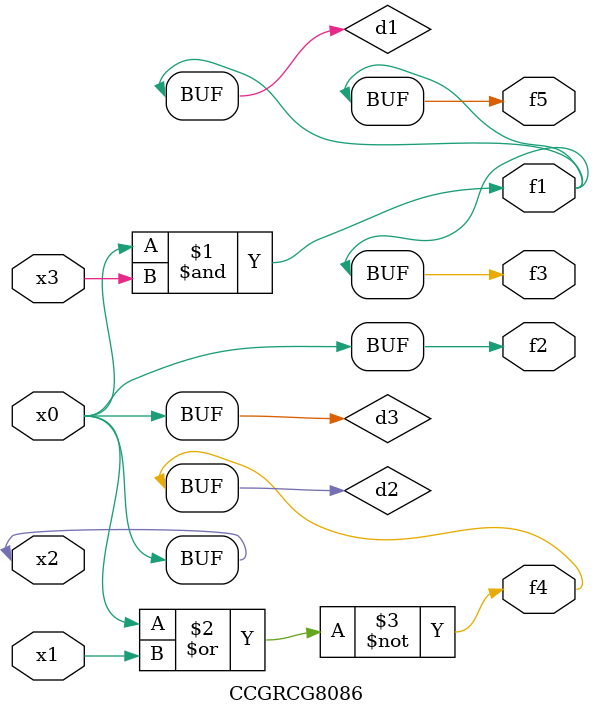
<source format=v>
module CCGRCG8086(
	input x0, x1, x2, x3,
	output f1, f2, f3, f4, f5
);

	wire d1, d2, d3;

	and (d1, x2, x3);
	nor (d2, x0, x1);
	buf (d3, x0, x2);
	assign f1 = d1;
	assign f2 = d3;
	assign f3 = d1;
	assign f4 = d2;
	assign f5 = d1;
endmodule

</source>
